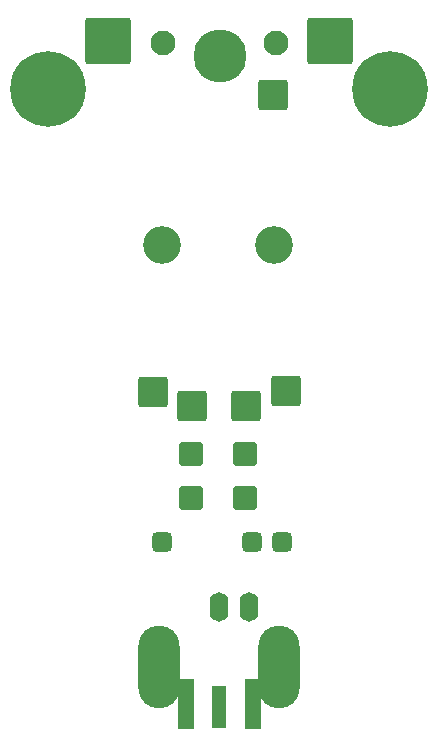
<source format=gbr>
%TF.GenerationSoftware,KiCad,Pcbnew,6.0.2+dfsg-1*%
%TF.CreationDate,2023-02-03T10:11:01+01:00*%
%TF.ProjectId,UniBalun1.2,556e6942-616c-4756-9e31-2e322e6b6963,rev?*%
%TF.SameCoordinates,Original*%
%TF.FileFunction,Soldermask,Top*%
%TF.FilePolarity,Negative*%
%FSLAX46Y46*%
G04 Gerber Fmt 4.6, Leading zero omitted, Abs format (unit mm)*
G04 Created by KiCad (PCBNEW 6.0.2+dfsg-1) date 2023-02-03 10:11:01*
%MOMM*%
%LPD*%
G01*
G04 APERTURE LIST*
G04 Aperture macros list*
%AMRoundRect*
0 Rectangle with rounded corners*
0 $1 Rounding radius*
0 $2 $3 $4 $5 $6 $7 $8 $9 X,Y pos of 4 corners*
0 Add a 4 corners polygon primitive as box body*
4,1,4,$2,$3,$4,$5,$6,$7,$8,$9,$2,$3,0*
0 Add four circle primitives for the rounded corners*
1,1,$1+$1,$2,$3*
1,1,$1+$1,$4,$5*
1,1,$1+$1,$6,$7*
1,1,$1+$1,$8,$9*
0 Add four rect primitives between the rounded corners*
20,1,$1+$1,$2,$3,$4,$5,0*
20,1,$1+$1,$4,$5,$6,$7,0*
20,1,$1+$1,$6,$7,$8,$9,0*
20,1,$1+$1,$8,$9,$2,$3,0*%
G04 Aperture macros list end*
%ADD10C,3.200000*%
%ADD11RoundRect,0.249999X-1.025001X-1.025001X1.025001X-1.025001X1.025001X1.025001X-1.025001X1.025001X0*%
%ADD12RoundRect,0.250002X-1.699998X-1.699998X1.699998X-1.699998X1.699998X1.699998X-1.699998X1.699998X0*%
%ADD13O,1.600000X2.500000*%
%ADD14O,3.500000X7.000000*%
%ADD15C,4.500000*%
%ADD16C,2.100000*%
%ADD17RoundRect,0.250000X-0.750000X-0.750000X0.750000X-0.750000X0.750000X0.750000X-0.750000X0.750000X0*%
%ADD18C,6.400000*%
%ADD19RoundRect,0.425000X0.425000X0.425000X-0.425000X0.425000X-0.425000X-0.425000X0.425000X-0.425000X0*%
%ADD20R,1.270000X3.600000*%
%ADD21R,1.350000X4.200000*%
G04 APERTURE END LIST*
D10*
%TO.C,U2*%
X122275600Y-65532000D03*
X112776000Y-65532000D03*
X112776000Y-65532000D03*
X122275600Y-65532000D03*
D11*
X119837200Y-79121000D03*
X123266200Y-77851000D03*
X111963200Y-77978000D03*
X115265200Y-79121000D03*
X122123200Y-52832000D03*
%TD*%
D12*
%TO.C,J5*%
X108204000Y-48260000D03*
%TD*%
D13*
%TO.C,J1*%
X117602000Y-96210000D03*
D14*
X122682000Y-101290000D03*
D13*
X120142000Y-96210000D03*
D14*
X112522000Y-101290000D03*
%TD*%
D15*
%TO.C,H5*%
X117678200Y-49530000D03*
%TD*%
D12*
%TO.C,J3*%
X127000000Y-48260000D03*
%TD*%
D16*
%TO.C,H4*%
X112801400Y-48387000D03*
%TD*%
D17*
%TO.C,U1*%
X115239800Y-83235800D03*
X115239800Y-86918800D03*
X119811800Y-83235800D03*
X119811800Y-86918800D03*
%TD*%
D18*
%TO.C,H2*%
X103124000Y-52324000D03*
%TD*%
D19*
%TO.C,C1*%
X120396000Y-90678000D03*
X122936000Y-90678000D03*
X112776000Y-90678000D03*
%TD*%
D16*
%TO.C,H3*%
X122402600Y-48387000D03*
%TD*%
D18*
%TO.C,H1*%
X132080000Y-52324000D03*
%TD*%
D20*
%TO.C,J2*%
X117602000Y-104622600D03*
D21*
X114777000Y-104422600D03*
X120427000Y-104422600D03*
%TD*%
M02*

</source>
